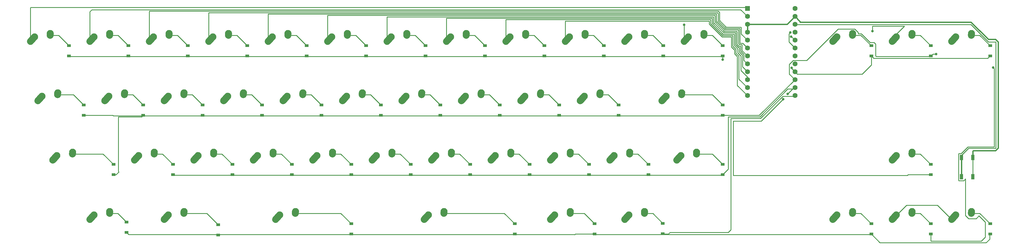
<source format=gbr>
G04 #@! TF.GenerationSoftware,KiCad,Pcbnew,(5.1.10)-1*
G04 #@! TF.CreationDate,2021-07-17T14:00:26+02:00*
G04 #@! TF.ProjectId,WheelBarrow Pro Micro,57686565-6c42-4617-9272-6f772050726f,rev?*
G04 #@! TF.SameCoordinates,Original*
G04 #@! TF.FileFunction,Copper,L2,Bot*
G04 #@! TF.FilePolarity,Positive*
%FSLAX46Y46*%
G04 Gerber Fmt 4.6, Leading zero omitted, Abs format (unit mm)*
G04 Created by KiCad (PCBNEW (5.1.10)-1) date 2021-07-17 14:00:26*
%MOMM*%
%LPD*%
G01*
G04 APERTURE LIST*
G04 #@! TA.AperFunction,ComponentPad*
%ADD10C,2.250000*%
G04 #@! TD*
G04 #@! TA.AperFunction,ComponentPad*
%ADD11C,1.600000*%
G04 #@! TD*
G04 #@! TA.AperFunction,ComponentPad*
%ADD12R,1.600000X1.600000*%
G04 #@! TD*
G04 #@! TA.AperFunction,SMDPad,CuDef*
%ADD13R,1.100000X1.800000*%
G04 #@! TD*
G04 #@! TA.AperFunction,SMDPad,CuDef*
%ADD14R,1.200000X0.900000*%
G04 #@! TD*
G04 #@! TA.AperFunction,ViaPad*
%ADD15C,0.800000*%
G04 #@! TD*
G04 #@! TA.AperFunction,Conductor*
%ADD16C,0.254000*%
G04 #@! TD*
G04 #@! TA.AperFunction,Conductor*
%ADD17C,0.381000*%
G04 #@! TD*
G04 #@! TA.AperFunction,Conductor*
%ADD18C,0.250000*%
G04 #@! TD*
G04 APERTURE END LIST*
D10*
X164187500Y-209518750D03*
G04 #@! TA.AperFunction,ComponentPad*
G36*
G01*
X162126188Y-211816100D02*
X162126183Y-211816095D01*
G75*
G02*
X162040155Y-210227433I751317J837345D01*
G01*
X163350157Y-208767433D01*
G75*
G02*
X164938819Y-208681405I837345J-751317D01*
G01*
X164938819Y-208681405D01*
G75*
G02*
X165024847Y-210270067I-751317J-837345D01*
G01*
X163714845Y-211730067D01*
G75*
G02*
X162126183Y-211816095I-837345J751317D01*
G01*
G37*
G04 #@! TD.AperFunction*
G04 #@! TA.AperFunction,ComponentPad*
G36*
G01*
X169110983Y-210141145D02*
X169110097Y-210141084D01*
G75*
G02*
X168065166Y-208941347I77403J1122334D01*
G01*
X168105166Y-208361347D01*
G75*
G02*
X169304903Y-207316416I1122334J-77403D01*
G01*
X169304903Y-207316416D01*
G75*
G02*
X170349834Y-208516153I-77403J-1122334D01*
G01*
X170309834Y-209096153D01*
G75*
G02*
X169110097Y-210141084I-1122334J77403D01*
G01*
G37*
G04 #@! TD.AperFunction*
X169227500Y-208438750D03*
X311825000Y-209518750D03*
G04 #@! TA.AperFunction,ComponentPad*
G36*
G01*
X309763688Y-211816100D02*
X309763683Y-211816095D01*
G75*
G02*
X309677655Y-210227433I751317J837345D01*
G01*
X310987657Y-208767433D01*
G75*
G02*
X312576319Y-208681405I837345J-751317D01*
G01*
X312576319Y-208681405D01*
G75*
G02*
X312662347Y-210270067I-751317J-837345D01*
G01*
X311352345Y-211730067D01*
G75*
G02*
X309763683Y-211816095I-837345J751317D01*
G01*
G37*
G04 #@! TD.AperFunction*
G04 #@! TA.AperFunction,ComponentPad*
G36*
G01*
X316748483Y-210141145D02*
X316747597Y-210141084D01*
G75*
G02*
X315702666Y-208941347I77403J1122334D01*
G01*
X315742666Y-208361347D01*
G75*
G02*
X316942403Y-207316416I1122334J-77403D01*
G01*
X316942403Y-207316416D01*
G75*
G02*
X317987334Y-208516153I-77403J-1122334D01*
G01*
X317947334Y-209096153D01*
G75*
G02*
X316747597Y-210141084I-1122334J77403D01*
G01*
G37*
G04 #@! TD.AperFunction*
X316865000Y-208438750D03*
D11*
X365048800Y-143256000D03*
X365048800Y-145796000D03*
X365048800Y-148336000D03*
X365048800Y-150876000D03*
X365048800Y-153416000D03*
X365048800Y-155956000D03*
X365048800Y-158496000D03*
X365048800Y-161036000D03*
X365048800Y-163576000D03*
X365048800Y-166116000D03*
X365048800Y-168656000D03*
X365048800Y-171196000D03*
X349808800Y-171196000D03*
X349808800Y-168656000D03*
X349808800Y-166116000D03*
X349808800Y-163576000D03*
X349808800Y-161036000D03*
X349808800Y-158496000D03*
X349808800Y-155956000D03*
X349808800Y-153416000D03*
X349808800Y-150876000D03*
X349808800Y-148336000D03*
X349808800Y-145796000D03*
D12*
X349808800Y-143256000D03*
D13*
X418393000Y-191083000D03*
X418393000Y-197283000D03*
X422093000Y-191083000D03*
X422093000Y-197283000D03*
D10*
X121325000Y-152368750D03*
G04 #@! TA.AperFunction,ComponentPad*
G36*
G01*
X119263688Y-154666100D02*
X119263683Y-154666095D01*
G75*
G02*
X119177655Y-153077433I751317J837345D01*
G01*
X120487657Y-151617433D01*
G75*
G02*
X122076319Y-151531405I837345J-751317D01*
G01*
X122076319Y-151531405D01*
G75*
G02*
X122162347Y-153120067I-751317J-837345D01*
G01*
X120852345Y-154580067D01*
G75*
G02*
X119263683Y-154666095I-837345J751317D01*
G01*
G37*
G04 #@! TD.AperFunction*
G04 #@! TA.AperFunction,ComponentPad*
G36*
G01*
X126248483Y-152991145D02*
X126247597Y-152991084D01*
G75*
G02*
X125202666Y-151791347I77403J1122334D01*
G01*
X125242666Y-151211347D01*
G75*
G02*
X126442403Y-150166416I1122334J-77403D01*
G01*
X126442403Y-150166416D01*
G75*
G02*
X127487334Y-151366153I-77403J-1122334D01*
G01*
X127447334Y-151946153D01*
G75*
G02*
X126247597Y-152991084I-1122334J77403D01*
G01*
G37*
G04 #@! TD.AperFunction*
X126365000Y-151288750D03*
D14*
X132350000Y-155218750D03*
X132350000Y-158518750D03*
D10*
X140375000Y-152368750D03*
G04 #@! TA.AperFunction,ComponentPad*
G36*
G01*
X138313688Y-154666100D02*
X138313683Y-154666095D01*
G75*
G02*
X138227655Y-153077433I751317J837345D01*
G01*
X139537657Y-151617433D01*
G75*
G02*
X141126319Y-151531405I837345J-751317D01*
G01*
X141126319Y-151531405D01*
G75*
G02*
X141212347Y-153120067I-751317J-837345D01*
G01*
X139902345Y-154580067D01*
G75*
G02*
X138313683Y-154666095I-837345J751317D01*
G01*
G37*
G04 #@! TD.AperFunction*
G04 #@! TA.AperFunction,ComponentPad*
G36*
G01*
X145298483Y-152991145D02*
X145297597Y-152991084D01*
G75*
G02*
X144252666Y-151791347I77403J1122334D01*
G01*
X144292666Y-151211347D01*
G75*
G02*
X145492403Y-150166416I1122334J-77403D01*
G01*
X145492403Y-150166416D01*
G75*
G02*
X146537334Y-151366153I-77403J-1122334D01*
G01*
X146497334Y-151946153D01*
G75*
G02*
X145297597Y-152991084I-1122334J77403D01*
G01*
G37*
G04 #@! TD.AperFunction*
X145415000Y-151288750D03*
D14*
X151400000Y-155218750D03*
X151400000Y-158518750D03*
D10*
X159425000Y-152368750D03*
G04 #@! TA.AperFunction,ComponentPad*
G36*
G01*
X157363688Y-154666100D02*
X157363683Y-154666095D01*
G75*
G02*
X157277655Y-153077433I751317J837345D01*
G01*
X158587657Y-151617433D01*
G75*
G02*
X160176319Y-151531405I837345J-751317D01*
G01*
X160176319Y-151531405D01*
G75*
G02*
X160262347Y-153120067I-751317J-837345D01*
G01*
X158952345Y-154580067D01*
G75*
G02*
X157363683Y-154666095I-837345J751317D01*
G01*
G37*
G04 #@! TD.AperFunction*
G04 #@! TA.AperFunction,ComponentPad*
G36*
G01*
X164348483Y-152991145D02*
X164347597Y-152991084D01*
G75*
G02*
X163302666Y-151791347I77403J1122334D01*
G01*
X163342666Y-151211347D01*
G75*
G02*
X164542403Y-150166416I1122334J-77403D01*
G01*
X164542403Y-150166416D01*
G75*
G02*
X165587334Y-151366153I-77403J-1122334D01*
G01*
X165547334Y-151946153D01*
G75*
G02*
X164347597Y-152991084I-1122334J77403D01*
G01*
G37*
G04 #@! TD.AperFunction*
X164465000Y-151288750D03*
D14*
X170450000Y-155218750D03*
X170450000Y-158518750D03*
D10*
X178475000Y-152368750D03*
G04 #@! TA.AperFunction,ComponentPad*
G36*
G01*
X176413688Y-154666100D02*
X176413683Y-154666095D01*
G75*
G02*
X176327655Y-153077433I751317J837345D01*
G01*
X177637657Y-151617433D01*
G75*
G02*
X179226319Y-151531405I837345J-751317D01*
G01*
X179226319Y-151531405D01*
G75*
G02*
X179312347Y-153120067I-751317J-837345D01*
G01*
X178002345Y-154580067D01*
G75*
G02*
X176413683Y-154666095I-837345J751317D01*
G01*
G37*
G04 #@! TD.AperFunction*
G04 #@! TA.AperFunction,ComponentPad*
G36*
G01*
X183398483Y-152991145D02*
X183397597Y-152991084D01*
G75*
G02*
X182352666Y-151791347I77403J1122334D01*
G01*
X182392666Y-151211347D01*
G75*
G02*
X183592403Y-150166416I1122334J-77403D01*
G01*
X183592403Y-150166416D01*
G75*
G02*
X184637334Y-151366153I-77403J-1122334D01*
G01*
X184597334Y-151946153D01*
G75*
G02*
X183397597Y-152991084I-1122334J77403D01*
G01*
G37*
G04 #@! TD.AperFunction*
X183515000Y-151288750D03*
D14*
X189500000Y-155218750D03*
X189500000Y-158518750D03*
D10*
X197525000Y-152368750D03*
G04 #@! TA.AperFunction,ComponentPad*
G36*
G01*
X195463688Y-154666100D02*
X195463683Y-154666095D01*
G75*
G02*
X195377655Y-153077433I751317J837345D01*
G01*
X196687657Y-151617433D01*
G75*
G02*
X198276319Y-151531405I837345J-751317D01*
G01*
X198276319Y-151531405D01*
G75*
G02*
X198362347Y-153120067I-751317J-837345D01*
G01*
X197052345Y-154580067D01*
G75*
G02*
X195463683Y-154666095I-837345J751317D01*
G01*
G37*
G04 #@! TD.AperFunction*
G04 #@! TA.AperFunction,ComponentPad*
G36*
G01*
X202448483Y-152991145D02*
X202447597Y-152991084D01*
G75*
G02*
X201402666Y-151791347I77403J1122334D01*
G01*
X201442666Y-151211347D01*
G75*
G02*
X202642403Y-150166416I1122334J-77403D01*
G01*
X202642403Y-150166416D01*
G75*
G02*
X203687334Y-151366153I-77403J-1122334D01*
G01*
X203647334Y-151946153D01*
G75*
G02*
X202447597Y-152991084I-1122334J77403D01*
G01*
G37*
G04 #@! TD.AperFunction*
X202565000Y-151288750D03*
D14*
X208550000Y-155218750D03*
X208550000Y-158518750D03*
D10*
X216575000Y-152368750D03*
G04 #@! TA.AperFunction,ComponentPad*
G36*
G01*
X214513688Y-154666100D02*
X214513683Y-154666095D01*
G75*
G02*
X214427655Y-153077433I751317J837345D01*
G01*
X215737657Y-151617433D01*
G75*
G02*
X217326319Y-151531405I837345J-751317D01*
G01*
X217326319Y-151531405D01*
G75*
G02*
X217412347Y-153120067I-751317J-837345D01*
G01*
X216102345Y-154580067D01*
G75*
G02*
X214513683Y-154666095I-837345J751317D01*
G01*
G37*
G04 #@! TD.AperFunction*
G04 #@! TA.AperFunction,ComponentPad*
G36*
G01*
X221498483Y-152991145D02*
X221497597Y-152991084D01*
G75*
G02*
X220452666Y-151791347I77403J1122334D01*
G01*
X220492666Y-151211347D01*
G75*
G02*
X221692403Y-150166416I1122334J-77403D01*
G01*
X221692403Y-150166416D01*
G75*
G02*
X222737334Y-151366153I-77403J-1122334D01*
G01*
X222697334Y-151946153D01*
G75*
G02*
X221497597Y-152991084I-1122334J77403D01*
G01*
G37*
G04 #@! TD.AperFunction*
X221615000Y-151288750D03*
D14*
X227600000Y-155218750D03*
X227600000Y-158518750D03*
D10*
X235625000Y-152368750D03*
G04 #@! TA.AperFunction,ComponentPad*
G36*
G01*
X233563688Y-154666100D02*
X233563683Y-154666095D01*
G75*
G02*
X233477655Y-153077433I751317J837345D01*
G01*
X234787657Y-151617433D01*
G75*
G02*
X236376319Y-151531405I837345J-751317D01*
G01*
X236376319Y-151531405D01*
G75*
G02*
X236462347Y-153120067I-751317J-837345D01*
G01*
X235152345Y-154580067D01*
G75*
G02*
X233563683Y-154666095I-837345J751317D01*
G01*
G37*
G04 #@! TD.AperFunction*
G04 #@! TA.AperFunction,ComponentPad*
G36*
G01*
X240548483Y-152991145D02*
X240547597Y-152991084D01*
G75*
G02*
X239502666Y-151791347I77403J1122334D01*
G01*
X239542666Y-151211347D01*
G75*
G02*
X240742403Y-150166416I1122334J-77403D01*
G01*
X240742403Y-150166416D01*
G75*
G02*
X241787334Y-151366153I-77403J-1122334D01*
G01*
X241747334Y-151946153D01*
G75*
G02*
X240547597Y-152991084I-1122334J77403D01*
G01*
G37*
G04 #@! TD.AperFunction*
X240665000Y-151288750D03*
D14*
X246650000Y-155218750D03*
X246650000Y-158518750D03*
D10*
X254675000Y-152368750D03*
G04 #@! TA.AperFunction,ComponentPad*
G36*
G01*
X252613688Y-154666100D02*
X252613683Y-154666095D01*
G75*
G02*
X252527655Y-153077433I751317J837345D01*
G01*
X253837657Y-151617433D01*
G75*
G02*
X255426319Y-151531405I837345J-751317D01*
G01*
X255426319Y-151531405D01*
G75*
G02*
X255512347Y-153120067I-751317J-837345D01*
G01*
X254202345Y-154580067D01*
G75*
G02*
X252613683Y-154666095I-837345J751317D01*
G01*
G37*
G04 #@! TD.AperFunction*
G04 #@! TA.AperFunction,ComponentPad*
G36*
G01*
X259598483Y-152991145D02*
X259597597Y-152991084D01*
G75*
G02*
X258552666Y-151791347I77403J1122334D01*
G01*
X258592666Y-151211347D01*
G75*
G02*
X259792403Y-150166416I1122334J-77403D01*
G01*
X259792403Y-150166416D01*
G75*
G02*
X260837334Y-151366153I-77403J-1122334D01*
G01*
X260797334Y-151946153D01*
G75*
G02*
X259597597Y-152991084I-1122334J77403D01*
G01*
G37*
G04 #@! TD.AperFunction*
X259715000Y-151288750D03*
D14*
X265700000Y-155218750D03*
X265700000Y-158518750D03*
D10*
X273725000Y-152368750D03*
G04 #@! TA.AperFunction,ComponentPad*
G36*
G01*
X271663688Y-154666100D02*
X271663683Y-154666095D01*
G75*
G02*
X271577655Y-153077433I751317J837345D01*
G01*
X272887657Y-151617433D01*
G75*
G02*
X274476319Y-151531405I837345J-751317D01*
G01*
X274476319Y-151531405D01*
G75*
G02*
X274562347Y-153120067I-751317J-837345D01*
G01*
X273252345Y-154580067D01*
G75*
G02*
X271663683Y-154666095I-837345J751317D01*
G01*
G37*
G04 #@! TD.AperFunction*
G04 #@! TA.AperFunction,ComponentPad*
G36*
G01*
X278648483Y-152991145D02*
X278647597Y-152991084D01*
G75*
G02*
X277602666Y-151791347I77403J1122334D01*
G01*
X277642666Y-151211347D01*
G75*
G02*
X278842403Y-150166416I1122334J-77403D01*
G01*
X278842403Y-150166416D01*
G75*
G02*
X279887334Y-151366153I-77403J-1122334D01*
G01*
X279847334Y-151946153D01*
G75*
G02*
X278647597Y-152991084I-1122334J77403D01*
G01*
G37*
G04 #@! TD.AperFunction*
X278765000Y-151288750D03*
D14*
X284750000Y-155218750D03*
X284750000Y-158518750D03*
D10*
X292775000Y-152368750D03*
G04 #@! TA.AperFunction,ComponentPad*
G36*
G01*
X290713688Y-154666100D02*
X290713683Y-154666095D01*
G75*
G02*
X290627655Y-153077433I751317J837345D01*
G01*
X291937657Y-151617433D01*
G75*
G02*
X293526319Y-151531405I837345J-751317D01*
G01*
X293526319Y-151531405D01*
G75*
G02*
X293612347Y-153120067I-751317J-837345D01*
G01*
X292302345Y-154580067D01*
G75*
G02*
X290713683Y-154666095I-837345J751317D01*
G01*
G37*
G04 #@! TD.AperFunction*
G04 #@! TA.AperFunction,ComponentPad*
G36*
G01*
X297698483Y-152991145D02*
X297697597Y-152991084D01*
G75*
G02*
X296652666Y-151791347I77403J1122334D01*
G01*
X296692666Y-151211347D01*
G75*
G02*
X297892403Y-150166416I1122334J-77403D01*
G01*
X297892403Y-150166416D01*
G75*
G02*
X298937334Y-151366153I-77403J-1122334D01*
G01*
X298897334Y-151946153D01*
G75*
G02*
X297697597Y-152991084I-1122334J77403D01*
G01*
G37*
G04 #@! TD.AperFunction*
X297815000Y-151288750D03*
D14*
X303800000Y-155218750D03*
X303800000Y-158518750D03*
D10*
X311825000Y-152368750D03*
G04 #@! TA.AperFunction,ComponentPad*
G36*
G01*
X309763688Y-154666100D02*
X309763683Y-154666095D01*
G75*
G02*
X309677655Y-153077433I751317J837345D01*
G01*
X310987657Y-151617433D01*
G75*
G02*
X312576319Y-151531405I837345J-751317D01*
G01*
X312576319Y-151531405D01*
G75*
G02*
X312662347Y-153120067I-751317J-837345D01*
G01*
X311352345Y-154580067D01*
G75*
G02*
X309763683Y-154666095I-837345J751317D01*
G01*
G37*
G04 #@! TD.AperFunction*
G04 #@! TA.AperFunction,ComponentPad*
G36*
G01*
X316748483Y-152991145D02*
X316747597Y-152991084D01*
G75*
G02*
X315702666Y-151791347I77403J1122334D01*
G01*
X315742666Y-151211347D01*
G75*
G02*
X316942403Y-150166416I1122334J-77403D01*
G01*
X316942403Y-150166416D01*
G75*
G02*
X317987334Y-151366153I-77403J-1122334D01*
G01*
X317947334Y-151946153D01*
G75*
G02*
X316747597Y-152991084I-1122334J77403D01*
G01*
G37*
G04 #@! TD.AperFunction*
X316865000Y-151288750D03*
D14*
X322850000Y-155218750D03*
X322850000Y-158518750D03*
D10*
X330875000Y-152368750D03*
G04 #@! TA.AperFunction,ComponentPad*
G36*
G01*
X328813688Y-154666100D02*
X328813683Y-154666095D01*
G75*
G02*
X328727655Y-153077433I751317J837345D01*
G01*
X330037657Y-151617433D01*
G75*
G02*
X331626319Y-151531405I837345J-751317D01*
G01*
X331626319Y-151531405D01*
G75*
G02*
X331712347Y-153120067I-751317J-837345D01*
G01*
X330402345Y-154580067D01*
G75*
G02*
X328813683Y-154666095I-837345J751317D01*
G01*
G37*
G04 #@! TD.AperFunction*
G04 #@! TA.AperFunction,ComponentPad*
G36*
G01*
X335798483Y-152991145D02*
X335797597Y-152991084D01*
G75*
G02*
X334752666Y-151791347I77403J1122334D01*
G01*
X334792666Y-151211347D01*
G75*
G02*
X335992403Y-150166416I1122334J-77403D01*
G01*
X335992403Y-150166416D01*
G75*
G02*
X337037334Y-151366153I-77403J-1122334D01*
G01*
X336997334Y-151946153D01*
G75*
G02*
X335797597Y-152991084I-1122334J77403D01*
G01*
G37*
G04 #@! TD.AperFunction*
X335915000Y-151288750D03*
D14*
X341900000Y-155218750D03*
X341900000Y-158518750D03*
D10*
X378500000Y-152368750D03*
G04 #@! TA.AperFunction,ComponentPad*
G36*
G01*
X376438688Y-154666100D02*
X376438683Y-154666095D01*
G75*
G02*
X376352655Y-153077433I751317J837345D01*
G01*
X377662657Y-151617433D01*
G75*
G02*
X379251319Y-151531405I837345J-751317D01*
G01*
X379251319Y-151531405D01*
G75*
G02*
X379337347Y-153120067I-751317J-837345D01*
G01*
X378027345Y-154580067D01*
G75*
G02*
X376438683Y-154666095I-837345J751317D01*
G01*
G37*
G04 #@! TD.AperFunction*
G04 #@! TA.AperFunction,ComponentPad*
G36*
G01*
X383423483Y-152991145D02*
X383422597Y-152991084D01*
G75*
G02*
X382377666Y-151791347I77403J1122334D01*
G01*
X382417666Y-151211347D01*
G75*
G02*
X383617403Y-150166416I1122334J-77403D01*
G01*
X383617403Y-150166416D01*
G75*
G02*
X384662334Y-151366153I-77403J-1122334D01*
G01*
X384622334Y-151946153D01*
G75*
G02*
X383422597Y-152991084I-1122334J77403D01*
G01*
G37*
G04 #@! TD.AperFunction*
X383540000Y-151288750D03*
D14*
X389525000Y-155218750D03*
X389525000Y-158518750D03*
D10*
X397550000Y-152368750D03*
G04 #@! TA.AperFunction,ComponentPad*
G36*
G01*
X395488688Y-154666100D02*
X395488683Y-154666095D01*
G75*
G02*
X395402655Y-153077433I751317J837345D01*
G01*
X396712657Y-151617433D01*
G75*
G02*
X398301319Y-151531405I837345J-751317D01*
G01*
X398301319Y-151531405D01*
G75*
G02*
X398387347Y-153120067I-751317J-837345D01*
G01*
X397077345Y-154580067D01*
G75*
G02*
X395488683Y-154666095I-837345J751317D01*
G01*
G37*
G04 #@! TD.AperFunction*
G04 #@! TA.AperFunction,ComponentPad*
G36*
G01*
X402473483Y-152991145D02*
X402472597Y-152991084D01*
G75*
G02*
X401427666Y-151791347I77403J1122334D01*
G01*
X401467666Y-151211347D01*
G75*
G02*
X402667403Y-150166416I1122334J-77403D01*
G01*
X402667403Y-150166416D01*
G75*
G02*
X403712334Y-151366153I-77403J-1122334D01*
G01*
X403672334Y-151946153D01*
G75*
G02*
X402472597Y-152991084I-1122334J77403D01*
G01*
G37*
G04 #@! TD.AperFunction*
X402590000Y-151288750D03*
D14*
X408575000Y-155218750D03*
X408575000Y-158518750D03*
D10*
X416600000Y-152368750D03*
G04 #@! TA.AperFunction,ComponentPad*
G36*
G01*
X414538688Y-154666100D02*
X414538683Y-154666095D01*
G75*
G02*
X414452655Y-153077433I751317J837345D01*
G01*
X415762657Y-151617433D01*
G75*
G02*
X417351319Y-151531405I837345J-751317D01*
G01*
X417351319Y-151531405D01*
G75*
G02*
X417437347Y-153120067I-751317J-837345D01*
G01*
X416127345Y-154580067D01*
G75*
G02*
X414538683Y-154666095I-837345J751317D01*
G01*
G37*
G04 #@! TD.AperFunction*
G04 #@! TA.AperFunction,ComponentPad*
G36*
G01*
X421523483Y-152991145D02*
X421522597Y-152991084D01*
G75*
G02*
X420477666Y-151791347I77403J1122334D01*
G01*
X420517666Y-151211347D01*
G75*
G02*
X421717403Y-150166416I1122334J-77403D01*
G01*
X421717403Y-150166416D01*
G75*
G02*
X422762334Y-151366153I-77403J-1122334D01*
G01*
X422722334Y-151946153D01*
G75*
G02*
X421522597Y-152991084I-1122334J77403D01*
G01*
G37*
G04 #@! TD.AperFunction*
X421640000Y-151288750D03*
D14*
X427625000Y-155218750D03*
X427625000Y-158518750D03*
D10*
X123706250Y-171418750D03*
G04 #@! TA.AperFunction,ComponentPad*
G36*
G01*
X121644938Y-173716100D02*
X121644933Y-173716095D01*
G75*
G02*
X121558905Y-172127433I751317J837345D01*
G01*
X122868907Y-170667433D01*
G75*
G02*
X124457569Y-170581405I837345J-751317D01*
G01*
X124457569Y-170581405D01*
G75*
G02*
X124543597Y-172170067I-751317J-837345D01*
G01*
X123233595Y-173630067D01*
G75*
G02*
X121644933Y-173716095I-837345J751317D01*
G01*
G37*
G04 #@! TD.AperFunction*
G04 #@! TA.AperFunction,ComponentPad*
G36*
G01*
X128629733Y-172041145D02*
X128628847Y-172041084D01*
G75*
G02*
X127583916Y-170841347I77403J1122334D01*
G01*
X127623916Y-170261347D01*
G75*
G02*
X128823653Y-169216416I1122334J-77403D01*
G01*
X128823653Y-169216416D01*
G75*
G02*
X129868584Y-170416153I-77403J-1122334D01*
G01*
X129828584Y-170996153D01*
G75*
G02*
X128628847Y-172041084I-1122334J77403D01*
G01*
G37*
G04 #@! TD.AperFunction*
X128746250Y-170338750D03*
D14*
X137112500Y-174268750D03*
X137112500Y-177568750D03*
D10*
X145137500Y-171418750D03*
G04 #@! TA.AperFunction,ComponentPad*
G36*
G01*
X143076188Y-173716100D02*
X143076183Y-173716095D01*
G75*
G02*
X142990155Y-172127433I751317J837345D01*
G01*
X144300157Y-170667433D01*
G75*
G02*
X145888819Y-170581405I837345J-751317D01*
G01*
X145888819Y-170581405D01*
G75*
G02*
X145974847Y-172170067I-751317J-837345D01*
G01*
X144664845Y-173630067D01*
G75*
G02*
X143076183Y-173716095I-837345J751317D01*
G01*
G37*
G04 #@! TD.AperFunction*
G04 #@! TA.AperFunction,ComponentPad*
G36*
G01*
X150060983Y-172041145D02*
X150060097Y-172041084D01*
G75*
G02*
X149015166Y-170841347I77403J1122334D01*
G01*
X149055166Y-170261347D01*
G75*
G02*
X150254903Y-169216416I1122334J-77403D01*
G01*
X150254903Y-169216416D01*
G75*
G02*
X151299834Y-170416153I-77403J-1122334D01*
G01*
X151259834Y-170996153D01*
G75*
G02*
X150060097Y-172041084I-1122334J77403D01*
G01*
G37*
G04 #@! TD.AperFunction*
X150177500Y-170338750D03*
D14*
X156162500Y-174268750D03*
X156162500Y-177568750D03*
D10*
X164187500Y-171418750D03*
G04 #@! TA.AperFunction,ComponentPad*
G36*
G01*
X162126188Y-173716100D02*
X162126183Y-173716095D01*
G75*
G02*
X162040155Y-172127433I751317J837345D01*
G01*
X163350157Y-170667433D01*
G75*
G02*
X164938819Y-170581405I837345J-751317D01*
G01*
X164938819Y-170581405D01*
G75*
G02*
X165024847Y-172170067I-751317J-837345D01*
G01*
X163714845Y-173630067D01*
G75*
G02*
X162126183Y-173716095I-837345J751317D01*
G01*
G37*
G04 #@! TD.AperFunction*
G04 #@! TA.AperFunction,ComponentPad*
G36*
G01*
X169110983Y-172041145D02*
X169110097Y-172041084D01*
G75*
G02*
X168065166Y-170841347I77403J1122334D01*
G01*
X168105166Y-170261347D01*
G75*
G02*
X169304903Y-169216416I1122334J-77403D01*
G01*
X169304903Y-169216416D01*
G75*
G02*
X170349834Y-170416153I-77403J-1122334D01*
G01*
X170309834Y-170996153D01*
G75*
G02*
X169110097Y-172041084I-1122334J77403D01*
G01*
G37*
G04 #@! TD.AperFunction*
X169227500Y-170338750D03*
D14*
X175212500Y-174268750D03*
X175212500Y-177568750D03*
D10*
X183237500Y-171418750D03*
G04 #@! TA.AperFunction,ComponentPad*
G36*
G01*
X181176188Y-173716100D02*
X181176183Y-173716095D01*
G75*
G02*
X181090155Y-172127433I751317J837345D01*
G01*
X182400157Y-170667433D01*
G75*
G02*
X183988819Y-170581405I837345J-751317D01*
G01*
X183988819Y-170581405D01*
G75*
G02*
X184074847Y-172170067I-751317J-837345D01*
G01*
X182764845Y-173630067D01*
G75*
G02*
X181176183Y-173716095I-837345J751317D01*
G01*
G37*
G04 #@! TD.AperFunction*
G04 #@! TA.AperFunction,ComponentPad*
G36*
G01*
X188160983Y-172041145D02*
X188160097Y-172041084D01*
G75*
G02*
X187115166Y-170841347I77403J1122334D01*
G01*
X187155166Y-170261347D01*
G75*
G02*
X188354903Y-169216416I1122334J-77403D01*
G01*
X188354903Y-169216416D01*
G75*
G02*
X189399834Y-170416153I-77403J-1122334D01*
G01*
X189359834Y-170996153D01*
G75*
G02*
X188160097Y-172041084I-1122334J77403D01*
G01*
G37*
G04 #@! TD.AperFunction*
X188277500Y-170338750D03*
D14*
X194262500Y-174268750D03*
X194262500Y-177568750D03*
D10*
X202287500Y-171418750D03*
G04 #@! TA.AperFunction,ComponentPad*
G36*
G01*
X200226188Y-173716100D02*
X200226183Y-173716095D01*
G75*
G02*
X200140155Y-172127433I751317J837345D01*
G01*
X201450157Y-170667433D01*
G75*
G02*
X203038819Y-170581405I837345J-751317D01*
G01*
X203038819Y-170581405D01*
G75*
G02*
X203124847Y-172170067I-751317J-837345D01*
G01*
X201814845Y-173630067D01*
G75*
G02*
X200226183Y-173716095I-837345J751317D01*
G01*
G37*
G04 #@! TD.AperFunction*
G04 #@! TA.AperFunction,ComponentPad*
G36*
G01*
X207210983Y-172041145D02*
X207210097Y-172041084D01*
G75*
G02*
X206165166Y-170841347I77403J1122334D01*
G01*
X206205166Y-170261347D01*
G75*
G02*
X207404903Y-169216416I1122334J-77403D01*
G01*
X207404903Y-169216416D01*
G75*
G02*
X208449834Y-170416153I-77403J-1122334D01*
G01*
X208409834Y-170996153D01*
G75*
G02*
X207210097Y-172041084I-1122334J77403D01*
G01*
G37*
G04 #@! TD.AperFunction*
X207327500Y-170338750D03*
D14*
X213312500Y-174268750D03*
X213312500Y-177568750D03*
D10*
X221337500Y-171418750D03*
G04 #@! TA.AperFunction,ComponentPad*
G36*
G01*
X219276188Y-173716100D02*
X219276183Y-173716095D01*
G75*
G02*
X219190155Y-172127433I751317J837345D01*
G01*
X220500157Y-170667433D01*
G75*
G02*
X222088819Y-170581405I837345J-751317D01*
G01*
X222088819Y-170581405D01*
G75*
G02*
X222174847Y-172170067I-751317J-837345D01*
G01*
X220864845Y-173630067D01*
G75*
G02*
X219276183Y-173716095I-837345J751317D01*
G01*
G37*
G04 #@! TD.AperFunction*
G04 #@! TA.AperFunction,ComponentPad*
G36*
G01*
X226260983Y-172041145D02*
X226260097Y-172041084D01*
G75*
G02*
X225215166Y-170841347I77403J1122334D01*
G01*
X225255166Y-170261347D01*
G75*
G02*
X226454903Y-169216416I1122334J-77403D01*
G01*
X226454903Y-169216416D01*
G75*
G02*
X227499834Y-170416153I-77403J-1122334D01*
G01*
X227459834Y-170996153D01*
G75*
G02*
X226260097Y-172041084I-1122334J77403D01*
G01*
G37*
G04 #@! TD.AperFunction*
X226377500Y-170338750D03*
D14*
X232362500Y-174268750D03*
X232362500Y-177568750D03*
D10*
X240387500Y-171418750D03*
G04 #@! TA.AperFunction,ComponentPad*
G36*
G01*
X238326188Y-173716100D02*
X238326183Y-173716095D01*
G75*
G02*
X238240155Y-172127433I751317J837345D01*
G01*
X239550157Y-170667433D01*
G75*
G02*
X241138819Y-170581405I837345J-751317D01*
G01*
X241138819Y-170581405D01*
G75*
G02*
X241224847Y-172170067I-751317J-837345D01*
G01*
X239914845Y-173630067D01*
G75*
G02*
X238326183Y-173716095I-837345J751317D01*
G01*
G37*
G04 #@! TD.AperFunction*
G04 #@! TA.AperFunction,ComponentPad*
G36*
G01*
X245310983Y-172041145D02*
X245310097Y-172041084D01*
G75*
G02*
X244265166Y-170841347I77403J1122334D01*
G01*
X244305166Y-170261347D01*
G75*
G02*
X245504903Y-169216416I1122334J-77403D01*
G01*
X245504903Y-169216416D01*
G75*
G02*
X246549834Y-170416153I-77403J-1122334D01*
G01*
X246509834Y-170996153D01*
G75*
G02*
X245310097Y-172041084I-1122334J77403D01*
G01*
G37*
G04 #@! TD.AperFunction*
X245427500Y-170338750D03*
D14*
X251412500Y-174268750D03*
X251412500Y-177568750D03*
D10*
X259437500Y-171418750D03*
G04 #@! TA.AperFunction,ComponentPad*
G36*
G01*
X257376188Y-173716100D02*
X257376183Y-173716095D01*
G75*
G02*
X257290155Y-172127433I751317J837345D01*
G01*
X258600157Y-170667433D01*
G75*
G02*
X260188819Y-170581405I837345J-751317D01*
G01*
X260188819Y-170581405D01*
G75*
G02*
X260274847Y-172170067I-751317J-837345D01*
G01*
X258964845Y-173630067D01*
G75*
G02*
X257376183Y-173716095I-837345J751317D01*
G01*
G37*
G04 #@! TD.AperFunction*
G04 #@! TA.AperFunction,ComponentPad*
G36*
G01*
X264360983Y-172041145D02*
X264360097Y-172041084D01*
G75*
G02*
X263315166Y-170841347I77403J1122334D01*
G01*
X263355166Y-170261347D01*
G75*
G02*
X264554903Y-169216416I1122334J-77403D01*
G01*
X264554903Y-169216416D01*
G75*
G02*
X265599834Y-170416153I-77403J-1122334D01*
G01*
X265559834Y-170996153D01*
G75*
G02*
X264360097Y-172041084I-1122334J77403D01*
G01*
G37*
G04 #@! TD.AperFunction*
X264477500Y-170338750D03*
D14*
X270462500Y-174268750D03*
X270462500Y-177568750D03*
D10*
X278487500Y-171418750D03*
G04 #@! TA.AperFunction,ComponentPad*
G36*
G01*
X276426188Y-173716100D02*
X276426183Y-173716095D01*
G75*
G02*
X276340155Y-172127433I751317J837345D01*
G01*
X277650157Y-170667433D01*
G75*
G02*
X279238819Y-170581405I837345J-751317D01*
G01*
X279238819Y-170581405D01*
G75*
G02*
X279324847Y-172170067I-751317J-837345D01*
G01*
X278014845Y-173630067D01*
G75*
G02*
X276426183Y-173716095I-837345J751317D01*
G01*
G37*
G04 #@! TD.AperFunction*
G04 #@! TA.AperFunction,ComponentPad*
G36*
G01*
X283410983Y-172041145D02*
X283410097Y-172041084D01*
G75*
G02*
X282365166Y-170841347I77403J1122334D01*
G01*
X282405166Y-170261347D01*
G75*
G02*
X283604903Y-169216416I1122334J-77403D01*
G01*
X283604903Y-169216416D01*
G75*
G02*
X284649834Y-170416153I-77403J-1122334D01*
G01*
X284609834Y-170996153D01*
G75*
G02*
X283410097Y-172041084I-1122334J77403D01*
G01*
G37*
G04 #@! TD.AperFunction*
X283527500Y-170338750D03*
D14*
X289512500Y-174268750D03*
X289512500Y-177568750D03*
D10*
X297537500Y-171418750D03*
G04 #@! TA.AperFunction,ComponentPad*
G36*
G01*
X295476188Y-173716100D02*
X295476183Y-173716095D01*
G75*
G02*
X295390155Y-172127433I751317J837345D01*
G01*
X296700157Y-170667433D01*
G75*
G02*
X298288819Y-170581405I837345J-751317D01*
G01*
X298288819Y-170581405D01*
G75*
G02*
X298374847Y-172170067I-751317J-837345D01*
G01*
X297064845Y-173630067D01*
G75*
G02*
X295476183Y-173716095I-837345J751317D01*
G01*
G37*
G04 #@! TD.AperFunction*
G04 #@! TA.AperFunction,ComponentPad*
G36*
G01*
X302460983Y-172041145D02*
X302460097Y-172041084D01*
G75*
G02*
X301415166Y-170841347I77403J1122334D01*
G01*
X301455166Y-170261347D01*
G75*
G02*
X302654903Y-169216416I1122334J-77403D01*
G01*
X302654903Y-169216416D01*
G75*
G02*
X303699834Y-170416153I-77403J-1122334D01*
G01*
X303659834Y-170996153D01*
G75*
G02*
X302460097Y-172041084I-1122334J77403D01*
G01*
G37*
G04 #@! TD.AperFunction*
X302577500Y-170338750D03*
D14*
X308562500Y-174268750D03*
X308562500Y-177568750D03*
D10*
X323731250Y-171418750D03*
G04 #@! TA.AperFunction,ComponentPad*
G36*
G01*
X321669938Y-173716100D02*
X321669933Y-173716095D01*
G75*
G02*
X321583905Y-172127433I751317J837345D01*
G01*
X322893907Y-170667433D01*
G75*
G02*
X324482569Y-170581405I837345J-751317D01*
G01*
X324482569Y-170581405D01*
G75*
G02*
X324568597Y-172170067I-751317J-837345D01*
G01*
X323258595Y-173630067D01*
G75*
G02*
X321669933Y-173716095I-837345J751317D01*
G01*
G37*
G04 #@! TD.AperFunction*
G04 #@! TA.AperFunction,ComponentPad*
G36*
G01*
X328654733Y-172041145D02*
X328653847Y-172041084D01*
G75*
G02*
X327608916Y-170841347I77403J1122334D01*
G01*
X327648916Y-170261347D01*
G75*
G02*
X328848653Y-169216416I1122334J-77403D01*
G01*
X328848653Y-169216416D01*
G75*
G02*
X329893584Y-170416153I-77403J-1122334D01*
G01*
X329853584Y-170996153D01*
G75*
G02*
X328653847Y-172041084I-1122334J77403D01*
G01*
G37*
G04 #@! TD.AperFunction*
X328771250Y-170338750D03*
D14*
X341900000Y-174268750D03*
X341900000Y-177568750D03*
D10*
X128468750Y-190468750D03*
G04 #@! TA.AperFunction,ComponentPad*
G36*
G01*
X126407438Y-192766100D02*
X126407433Y-192766095D01*
G75*
G02*
X126321405Y-191177433I751317J837345D01*
G01*
X127631407Y-189717433D01*
G75*
G02*
X129220069Y-189631405I837345J-751317D01*
G01*
X129220069Y-189631405D01*
G75*
G02*
X129306097Y-191220067I-751317J-837345D01*
G01*
X127996095Y-192680067D01*
G75*
G02*
X126407433Y-192766095I-837345J751317D01*
G01*
G37*
G04 #@! TD.AperFunction*
G04 #@! TA.AperFunction,ComponentPad*
G36*
G01*
X133392233Y-191091145D02*
X133391347Y-191091084D01*
G75*
G02*
X132346416Y-189891347I77403J1122334D01*
G01*
X132386416Y-189311347D01*
G75*
G02*
X133586153Y-188266416I1122334J-77403D01*
G01*
X133586153Y-188266416D01*
G75*
G02*
X134631084Y-189466153I-77403J-1122334D01*
G01*
X134591084Y-190046153D01*
G75*
G02*
X133391347Y-191091084I-1122334J77403D01*
G01*
G37*
G04 #@! TD.AperFunction*
X133508750Y-189388750D03*
D14*
X146637500Y-193318750D03*
X146637500Y-196618750D03*
D10*
X154662500Y-190468750D03*
G04 #@! TA.AperFunction,ComponentPad*
G36*
G01*
X152601188Y-192766100D02*
X152601183Y-192766095D01*
G75*
G02*
X152515155Y-191177433I751317J837345D01*
G01*
X153825157Y-189717433D01*
G75*
G02*
X155413819Y-189631405I837345J-751317D01*
G01*
X155413819Y-189631405D01*
G75*
G02*
X155499847Y-191220067I-751317J-837345D01*
G01*
X154189845Y-192680067D01*
G75*
G02*
X152601183Y-192766095I-837345J751317D01*
G01*
G37*
G04 #@! TD.AperFunction*
G04 #@! TA.AperFunction,ComponentPad*
G36*
G01*
X159585983Y-191091145D02*
X159585097Y-191091084D01*
G75*
G02*
X158540166Y-189891347I77403J1122334D01*
G01*
X158580166Y-189311347D01*
G75*
G02*
X159779903Y-188266416I1122334J-77403D01*
G01*
X159779903Y-188266416D01*
G75*
G02*
X160824834Y-189466153I-77403J-1122334D01*
G01*
X160784834Y-190046153D01*
G75*
G02*
X159585097Y-191091084I-1122334J77403D01*
G01*
G37*
G04 #@! TD.AperFunction*
X159702500Y-189388750D03*
D14*
X165687500Y-193318750D03*
X165687500Y-196618750D03*
D10*
X173712500Y-190468750D03*
G04 #@! TA.AperFunction,ComponentPad*
G36*
G01*
X171651188Y-192766100D02*
X171651183Y-192766095D01*
G75*
G02*
X171565155Y-191177433I751317J837345D01*
G01*
X172875157Y-189717433D01*
G75*
G02*
X174463819Y-189631405I837345J-751317D01*
G01*
X174463819Y-189631405D01*
G75*
G02*
X174549847Y-191220067I-751317J-837345D01*
G01*
X173239845Y-192680067D01*
G75*
G02*
X171651183Y-192766095I-837345J751317D01*
G01*
G37*
G04 #@! TD.AperFunction*
G04 #@! TA.AperFunction,ComponentPad*
G36*
G01*
X178635983Y-191091145D02*
X178635097Y-191091084D01*
G75*
G02*
X177590166Y-189891347I77403J1122334D01*
G01*
X177630166Y-189311347D01*
G75*
G02*
X178829903Y-188266416I1122334J-77403D01*
G01*
X178829903Y-188266416D01*
G75*
G02*
X179874834Y-189466153I-77403J-1122334D01*
G01*
X179834834Y-190046153D01*
G75*
G02*
X178635097Y-191091084I-1122334J77403D01*
G01*
G37*
G04 #@! TD.AperFunction*
X178752500Y-189388750D03*
D14*
X184737500Y-193318750D03*
X184737500Y-196618750D03*
D10*
X192762500Y-190468750D03*
G04 #@! TA.AperFunction,ComponentPad*
G36*
G01*
X190701188Y-192766100D02*
X190701183Y-192766095D01*
G75*
G02*
X190615155Y-191177433I751317J837345D01*
G01*
X191925157Y-189717433D01*
G75*
G02*
X193513819Y-189631405I837345J-751317D01*
G01*
X193513819Y-189631405D01*
G75*
G02*
X193599847Y-191220067I-751317J-837345D01*
G01*
X192289845Y-192680067D01*
G75*
G02*
X190701183Y-192766095I-837345J751317D01*
G01*
G37*
G04 #@! TD.AperFunction*
G04 #@! TA.AperFunction,ComponentPad*
G36*
G01*
X197685983Y-191091145D02*
X197685097Y-191091084D01*
G75*
G02*
X196640166Y-189891347I77403J1122334D01*
G01*
X196680166Y-189311347D01*
G75*
G02*
X197879903Y-188266416I1122334J-77403D01*
G01*
X197879903Y-188266416D01*
G75*
G02*
X198924834Y-189466153I-77403J-1122334D01*
G01*
X198884834Y-190046153D01*
G75*
G02*
X197685097Y-191091084I-1122334J77403D01*
G01*
G37*
G04 #@! TD.AperFunction*
X197802500Y-189388750D03*
D14*
X203787500Y-193318750D03*
X203787500Y-196618750D03*
D10*
X211812500Y-190468750D03*
G04 #@! TA.AperFunction,ComponentPad*
G36*
G01*
X209751188Y-192766100D02*
X209751183Y-192766095D01*
G75*
G02*
X209665155Y-191177433I751317J837345D01*
G01*
X210975157Y-189717433D01*
G75*
G02*
X212563819Y-189631405I837345J-751317D01*
G01*
X212563819Y-189631405D01*
G75*
G02*
X212649847Y-191220067I-751317J-837345D01*
G01*
X211339845Y-192680067D01*
G75*
G02*
X209751183Y-192766095I-837345J751317D01*
G01*
G37*
G04 #@! TD.AperFunction*
G04 #@! TA.AperFunction,ComponentPad*
G36*
G01*
X216735983Y-191091145D02*
X216735097Y-191091084D01*
G75*
G02*
X215690166Y-189891347I77403J1122334D01*
G01*
X215730166Y-189311347D01*
G75*
G02*
X216929903Y-188266416I1122334J-77403D01*
G01*
X216929903Y-188266416D01*
G75*
G02*
X217974834Y-189466153I-77403J-1122334D01*
G01*
X217934834Y-190046153D01*
G75*
G02*
X216735097Y-191091084I-1122334J77403D01*
G01*
G37*
G04 #@! TD.AperFunction*
X216852500Y-189388750D03*
D14*
X222837500Y-193318750D03*
X222837500Y-196618750D03*
D10*
X230862500Y-190468750D03*
G04 #@! TA.AperFunction,ComponentPad*
G36*
G01*
X228801188Y-192766100D02*
X228801183Y-192766095D01*
G75*
G02*
X228715155Y-191177433I751317J837345D01*
G01*
X230025157Y-189717433D01*
G75*
G02*
X231613819Y-189631405I837345J-751317D01*
G01*
X231613819Y-189631405D01*
G75*
G02*
X231699847Y-191220067I-751317J-837345D01*
G01*
X230389845Y-192680067D01*
G75*
G02*
X228801183Y-192766095I-837345J751317D01*
G01*
G37*
G04 #@! TD.AperFunction*
G04 #@! TA.AperFunction,ComponentPad*
G36*
G01*
X235785983Y-191091145D02*
X235785097Y-191091084D01*
G75*
G02*
X234740166Y-189891347I77403J1122334D01*
G01*
X234780166Y-189311347D01*
G75*
G02*
X235979903Y-188266416I1122334J-77403D01*
G01*
X235979903Y-188266416D01*
G75*
G02*
X237024834Y-189466153I-77403J-1122334D01*
G01*
X236984834Y-190046153D01*
G75*
G02*
X235785097Y-191091084I-1122334J77403D01*
G01*
G37*
G04 #@! TD.AperFunction*
X235902500Y-189388750D03*
D14*
X241887500Y-193318750D03*
X241887500Y-196618750D03*
D10*
X249912500Y-190468750D03*
G04 #@! TA.AperFunction,ComponentPad*
G36*
G01*
X247851188Y-192766100D02*
X247851183Y-192766095D01*
G75*
G02*
X247765155Y-191177433I751317J837345D01*
G01*
X249075157Y-189717433D01*
G75*
G02*
X250663819Y-189631405I837345J-751317D01*
G01*
X250663819Y-189631405D01*
G75*
G02*
X250749847Y-191220067I-751317J-837345D01*
G01*
X249439845Y-192680067D01*
G75*
G02*
X247851183Y-192766095I-837345J751317D01*
G01*
G37*
G04 #@! TD.AperFunction*
G04 #@! TA.AperFunction,ComponentPad*
G36*
G01*
X254835983Y-191091145D02*
X254835097Y-191091084D01*
G75*
G02*
X253790166Y-189891347I77403J1122334D01*
G01*
X253830166Y-189311347D01*
G75*
G02*
X255029903Y-188266416I1122334J-77403D01*
G01*
X255029903Y-188266416D01*
G75*
G02*
X256074834Y-189466153I-77403J-1122334D01*
G01*
X256034834Y-190046153D01*
G75*
G02*
X254835097Y-191091084I-1122334J77403D01*
G01*
G37*
G04 #@! TD.AperFunction*
X254952500Y-189388750D03*
D14*
X260937500Y-193318750D03*
X260937500Y-196618750D03*
D10*
X268962500Y-190468750D03*
G04 #@! TA.AperFunction,ComponentPad*
G36*
G01*
X266901188Y-192766100D02*
X266901183Y-192766095D01*
G75*
G02*
X266815155Y-191177433I751317J837345D01*
G01*
X268125157Y-189717433D01*
G75*
G02*
X269713819Y-189631405I837345J-751317D01*
G01*
X269713819Y-189631405D01*
G75*
G02*
X269799847Y-191220067I-751317J-837345D01*
G01*
X268489845Y-192680067D01*
G75*
G02*
X266901183Y-192766095I-837345J751317D01*
G01*
G37*
G04 #@! TD.AperFunction*
G04 #@! TA.AperFunction,ComponentPad*
G36*
G01*
X273885983Y-191091145D02*
X273885097Y-191091084D01*
G75*
G02*
X272840166Y-189891347I77403J1122334D01*
G01*
X272880166Y-189311347D01*
G75*
G02*
X274079903Y-188266416I1122334J-77403D01*
G01*
X274079903Y-188266416D01*
G75*
G02*
X275124834Y-189466153I-77403J-1122334D01*
G01*
X275084834Y-190046153D01*
G75*
G02*
X273885097Y-191091084I-1122334J77403D01*
G01*
G37*
G04 #@! TD.AperFunction*
X274002500Y-189388750D03*
D14*
X279987500Y-193318750D03*
X279987500Y-196618750D03*
D10*
X288012500Y-190468750D03*
G04 #@! TA.AperFunction,ComponentPad*
G36*
G01*
X285951188Y-192766100D02*
X285951183Y-192766095D01*
G75*
G02*
X285865155Y-191177433I751317J837345D01*
G01*
X287175157Y-189717433D01*
G75*
G02*
X288763819Y-189631405I837345J-751317D01*
G01*
X288763819Y-189631405D01*
G75*
G02*
X288849847Y-191220067I-751317J-837345D01*
G01*
X287539845Y-192680067D01*
G75*
G02*
X285951183Y-192766095I-837345J751317D01*
G01*
G37*
G04 #@! TD.AperFunction*
G04 #@! TA.AperFunction,ComponentPad*
G36*
G01*
X292935983Y-191091145D02*
X292935097Y-191091084D01*
G75*
G02*
X291890166Y-189891347I77403J1122334D01*
G01*
X291930166Y-189311347D01*
G75*
G02*
X293129903Y-188266416I1122334J-77403D01*
G01*
X293129903Y-188266416D01*
G75*
G02*
X294174834Y-189466153I-77403J-1122334D01*
G01*
X294134834Y-190046153D01*
G75*
G02*
X292935097Y-191091084I-1122334J77403D01*
G01*
G37*
G04 #@! TD.AperFunction*
X293052500Y-189388750D03*
D14*
X299037500Y-193318750D03*
X299037500Y-196618750D03*
D10*
X307062500Y-190468750D03*
G04 #@! TA.AperFunction,ComponentPad*
G36*
G01*
X305001188Y-192766100D02*
X305001183Y-192766095D01*
G75*
G02*
X304915155Y-191177433I751317J837345D01*
G01*
X306225157Y-189717433D01*
G75*
G02*
X307813819Y-189631405I837345J-751317D01*
G01*
X307813819Y-189631405D01*
G75*
G02*
X307899847Y-191220067I-751317J-837345D01*
G01*
X306589845Y-192680067D01*
G75*
G02*
X305001183Y-192766095I-837345J751317D01*
G01*
G37*
G04 #@! TD.AperFunction*
G04 #@! TA.AperFunction,ComponentPad*
G36*
G01*
X311985983Y-191091145D02*
X311985097Y-191091084D01*
G75*
G02*
X310940166Y-189891347I77403J1122334D01*
G01*
X310980166Y-189311347D01*
G75*
G02*
X312179903Y-188266416I1122334J-77403D01*
G01*
X312179903Y-188266416D01*
G75*
G02*
X313224834Y-189466153I-77403J-1122334D01*
G01*
X313184834Y-190046153D01*
G75*
G02*
X311985097Y-191091084I-1122334J77403D01*
G01*
G37*
G04 #@! TD.AperFunction*
X312102500Y-189388750D03*
D14*
X318087500Y-193318750D03*
X318087500Y-196618750D03*
D10*
X328493750Y-190468750D03*
G04 #@! TA.AperFunction,ComponentPad*
G36*
G01*
X326432438Y-192766100D02*
X326432433Y-192766095D01*
G75*
G02*
X326346405Y-191177433I751317J837345D01*
G01*
X327656407Y-189717433D01*
G75*
G02*
X329245069Y-189631405I837345J-751317D01*
G01*
X329245069Y-189631405D01*
G75*
G02*
X329331097Y-191220067I-751317J-837345D01*
G01*
X328021095Y-192680067D01*
G75*
G02*
X326432433Y-192766095I-837345J751317D01*
G01*
G37*
G04 #@! TD.AperFunction*
G04 #@! TA.AperFunction,ComponentPad*
G36*
G01*
X333417233Y-191091145D02*
X333416347Y-191091084D01*
G75*
G02*
X332371416Y-189891347I77403J1122334D01*
G01*
X332411416Y-189311347D01*
G75*
G02*
X333611153Y-188266416I1122334J-77403D01*
G01*
X333611153Y-188266416D01*
G75*
G02*
X334656084Y-189466153I-77403J-1122334D01*
G01*
X334616084Y-190046153D01*
G75*
G02*
X333416347Y-191091084I-1122334J77403D01*
G01*
G37*
G04 #@! TD.AperFunction*
X333533750Y-189388750D03*
D14*
X341900000Y-193318750D03*
X341900000Y-196618750D03*
D10*
X397550000Y-190468750D03*
G04 #@! TA.AperFunction,ComponentPad*
G36*
G01*
X395488688Y-192766100D02*
X395488683Y-192766095D01*
G75*
G02*
X395402655Y-191177433I751317J837345D01*
G01*
X396712657Y-189717433D01*
G75*
G02*
X398301319Y-189631405I837345J-751317D01*
G01*
X398301319Y-189631405D01*
G75*
G02*
X398387347Y-191220067I-751317J-837345D01*
G01*
X397077345Y-192680067D01*
G75*
G02*
X395488683Y-192766095I-837345J751317D01*
G01*
G37*
G04 #@! TD.AperFunction*
G04 #@! TA.AperFunction,ComponentPad*
G36*
G01*
X402473483Y-191091145D02*
X402472597Y-191091084D01*
G75*
G02*
X401427666Y-189891347I77403J1122334D01*
G01*
X401467666Y-189311347D01*
G75*
G02*
X402667403Y-188266416I1122334J-77403D01*
G01*
X402667403Y-188266416D01*
G75*
G02*
X403712334Y-189466153I-77403J-1122334D01*
G01*
X403672334Y-190046153D01*
G75*
G02*
X402472597Y-191091084I-1122334J77403D01*
G01*
G37*
G04 #@! TD.AperFunction*
X402590000Y-189388750D03*
D14*
X408575000Y-193318750D03*
X408575000Y-196618750D03*
X180181250Y-212662500D03*
X180181250Y-215962500D03*
D10*
X140375000Y-209518750D03*
G04 #@! TA.AperFunction,ComponentPad*
G36*
G01*
X138313688Y-211816100D02*
X138313683Y-211816095D01*
G75*
G02*
X138227655Y-210227433I751317J837345D01*
G01*
X139537657Y-208767433D01*
G75*
G02*
X141126319Y-208681405I837345J-751317D01*
G01*
X141126319Y-208681405D01*
G75*
G02*
X141212347Y-210270067I-751317J-837345D01*
G01*
X139902345Y-211730067D01*
G75*
G02*
X138313683Y-211816095I-837345J751317D01*
G01*
G37*
G04 #@! TD.AperFunction*
G04 #@! TA.AperFunction,ComponentPad*
G36*
G01*
X145298483Y-210141145D02*
X145297597Y-210141084D01*
G75*
G02*
X144252666Y-208941347I77403J1122334D01*
G01*
X144292666Y-208361347D01*
G75*
G02*
X145492403Y-207316416I1122334J-77403D01*
G01*
X145492403Y-207316416D01*
G75*
G02*
X146537334Y-208516153I-77403J-1122334D01*
G01*
X146497334Y-209096153D01*
G75*
G02*
X145297597Y-210141084I-1122334J77403D01*
G01*
G37*
G04 #@! TD.AperFunction*
X145415000Y-208438750D03*
D14*
X150812500Y-211868750D03*
X150812500Y-215168750D03*
D10*
X199906250Y-209518750D03*
G04 #@! TA.AperFunction,ComponentPad*
G36*
G01*
X197844938Y-211816100D02*
X197844933Y-211816095D01*
G75*
G02*
X197758905Y-210227433I751317J837345D01*
G01*
X199068907Y-208767433D01*
G75*
G02*
X200657569Y-208681405I837345J-751317D01*
G01*
X200657569Y-208681405D01*
G75*
G02*
X200743597Y-210270067I-751317J-837345D01*
G01*
X199433595Y-211730067D01*
G75*
G02*
X197844933Y-211816095I-837345J751317D01*
G01*
G37*
G04 #@! TD.AperFunction*
G04 #@! TA.AperFunction,ComponentPad*
G36*
G01*
X204829733Y-210141145D02*
X204828847Y-210141084D01*
G75*
G02*
X203783916Y-208941347I77403J1122334D01*
G01*
X203823916Y-208361347D01*
G75*
G02*
X205023653Y-207316416I1122334J-77403D01*
G01*
X205023653Y-207316416D01*
G75*
G02*
X206068584Y-208516153I-77403J-1122334D01*
G01*
X206028584Y-209096153D01*
G75*
G02*
X204828847Y-210141084I-1122334J77403D01*
G01*
G37*
G04 #@! TD.AperFunction*
X204946250Y-208438750D03*
D14*
X222837500Y-212368750D03*
X222837500Y-215668750D03*
D10*
X247531250Y-209518750D03*
G04 #@! TA.AperFunction,ComponentPad*
G36*
G01*
X245469938Y-211816100D02*
X245469933Y-211816095D01*
G75*
G02*
X245383905Y-210227433I751317J837345D01*
G01*
X246693907Y-208767433D01*
G75*
G02*
X248282569Y-208681405I837345J-751317D01*
G01*
X248282569Y-208681405D01*
G75*
G02*
X248368597Y-210270067I-751317J-837345D01*
G01*
X247058595Y-211730067D01*
G75*
G02*
X245469933Y-211816095I-837345J751317D01*
G01*
G37*
G04 #@! TD.AperFunction*
G04 #@! TA.AperFunction,ComponentPad*
G36*
G01*
X252454733Y-210141145D02*
X252453847Y-210141084D01*
G75*
G02*
X251408916Y-208941347I77403J1122334D01*
G01*
X251448916Y-208361347D01*
G75*
G02*
X252648653Y-207316416I1122334J-77403D01*
G01*
X252648653Y-207316416D01*
G75*
G02*
X253693584Y-208516153I-77403J-1122334D01*
G01*
X253653584Y-209096153D01*
G75*
G02*
X252453847Y-210141084I-1122334J77403D01*
G01*
G37*
G04 #@! TD.AperFunction*
X252571250Y-208438750D03*
D14*
X275225000Y-212368750D03*
X275225000Y-215668750D03*
X322707000Y-212218000D03*
X322707000Y-215518000D03*
D10*
X288012500Y-209518750D03*
G04 #@! TA.AperFunction,ComponentPad*
G36*
G01*
X285951188Y-211816100D02*
X285951183Y-211816095D01*
G75*
G02*
X285865155Y-210227433I751317J837345D01*
G01*
X287175157Y-208767433D01*
G75*
G02*
X288763819Y-208681405I837345J-751317D01*
G01*
X288763819Y-208681405D01*
G75*
G02*
X288849847Y-210270067I-751317J-837345D01*
G01*
X287539845Y-211730067D01*
G75*
G02*
X285951183Y-211816095I-837345J751317D01*
G01*
G37*
G04 #@! TD.AperFunction*
G04 #@! TA.AperFunction,ComponentPad*
G36*
G01*
X292935983Y-210141145D02*
X292935097Y-210141084D01*
G75*
G02*
X291890166Y-208941347I77403J1122334D01*
G01*
X291930166Y-208361347D01*
G75*
G02*
X293129903Y-207316416I1122334J-77403D01*
G01*
X293129903Y-207316416D01*
G75*
G02*
X294174834Y-208516153I-77403J-1122334D01*
G01*
X294134834Y-209096153D01*
G75*
G02*
X292935097Y-210141084I-1122334J77403D01*
G01*
G37*
G04 #@! TD.AperFunction*
X293052500Y-208438750D03*
D14*
X300831250Y-212345000D03*
X300831250Y-215645000D03*
D10*
X378500000Y-209518750D03*
G04 #@! TA.AperFunction,ComponentPad*
G36*
G01*
X376438688Y-211816100D02*
X376438683Y-211816095D01*
G75*
G02*
X376352655Y-210227433I751317J837345D01*
G01*
X377662657Y-208767433D01*
G75*
G02*
X379251319Y-208681405I837345J-751317D01*
G01*
X379251319Y-208681405D01*
G75*
G02*
X379337347Y-210270067I-751317J-837345D01*
G01*
X378027345Y-211730067D01*
G75*
G02*
X376438683Y-211816095I-837345J751317D01*
G01*
G37*
G04 #@! TD.AperFunction*
G04 #@! TA.AperFunction,ComponentPad*
G36*
G01*
X383423483Y-210141145D02*
X383422597Y-210141084D01*
G75*
G02*
X382377666Y-208941347I77403J1122334D01*
G01*
X382417666Y-208361347D01*
G75*
G02*
X383617403Y-207316416I1122334J-77403D01*
G01*
X383617403Y-207316416D01*
G75*
G02*
X384662334Y-208516153I-77403J-1122334D01*
G01*
X384622334Y-209096153D01*
G75*
G02*
X383422597Y-210141084I-1122334J77403D01*
G01*
G37*
G04 #@! TD.AperFunction*
X383540000Y-208438750D03*
D14*
X389525000Y-212368750D03*
X389525000Y-215668750D03*
D10*
X397550000Y-209518750D03*
G04 #@! TA.AperFunction,ComponentPad*
G36*
G01*
X395488688Y-211816100D02*
X395488683Y-211816095D01*
G75*
G02*
X395402655Y-210227433I751317J837345D01*
G01*
X396712657Y-208767433D01*
G75*
G02*
X398301319Y-208681405I837345J-751317D01*
G01*
X398301319Y-208681405D01*
G75*
G02*
X398387347Y-210270067I-751317J-837345D01*
G01*
X397077345Y-211730067D01*
G75*
G02*
X395488683Y-211816095I-837345J751317D01*
G01*
G37*
G04 #@! TD.AperFunction*
G04 #@! TA.AperFunction,ComponentPad*
G36*
G01*
X402473483Y-210141145D02*
X402472597Y-210141084D01*
G75*
G02*
X401427666Y-208941347I77403J1122334D01*
G01*
X401467666Y-208361347D01*
G75*
G02*
X402667403Y-207316416I1122334J-77403D01*
G01*
X402667403Y-207316416D01*
G75*
G02*
X403712334Y-208516153I-77403J-1122334D01*
G01*
X403672334Y-209096153D01*
G75*
G02*
X402472597Y-210141084I-1122334J77403D01*
G01*
G37*
G04 #@! TD.AperFunction*
X402590000Y-208438750D03*
D14*
X408575000Y-212368750D03*
X408575000Y-215668750D03*
D10*
X416600000Y-209518750D03*
G04 #@! TA.AperFunction,ComponentPad*
G36*
G01*
X414538688Y-211816100D02*
X414538683Y-211816095D01*
G75*
G02*
X414452655Y-210227433I751317J837345D01*
G01*
X415762657Y-208767433D01*
G75*
G02*
X417351319Y-208681405I837345J-751317D01*
G01*
X417351319Y-208681405D01*
G75*
G02*
X417437347Y-210270067I-751317J-837345D01*
G01*
X416127345Y-211730067D01*
G75*
G02*
X414538683Y-211816095I-837345J751317D01*
G01*
G37*
G04 #@! TD.AperFunction*
G04 #@! TA.AperFunction,ComponentPad*
G36*
G01*
X421523483Y-210141145D02*
X421522597Y-210141084D01*
G75*
G02*
X420477666Y-208941347I77403J1122334D01*
G01*
X420517666Y-208361347D01*
G75*
G02*
X421717403Y-207316416I1122334J-77403D01*
G01*
X421717403Y-207316416D01*
G75*
G02*
X422762334Y-208516153I-77403J-1122334D01*
G01*
X422722334Y-209096153D01*
G75*
G02*
X421522597Y-210141084I-1122334J77403D01*
G01*
G37*
G04 #@! TD.AperFunction*
X421640000Y-208438750D03*
D14*
X427625000Y-212368750D03*
X427625000Y-215668750D03*
D15*
X363855000Y-152273000D03*
X329565000Y-148463000D03*
X363607067Y-150996933D03*
X389890000Y-150563749D03*
X341884000Y-159639000D03*
X363982000Y-162306000D03*
X428625000Y-162179000D03*
X410337000Y-157861000D03*
X361272028Y-172359528D03*
X362743750Y-170656250D03*
D16*
X422093000Y-197283000D02*
X422093000Y-191083000D01*
D17*
X366712500Y-147459700D02*
X365048800Y-145796000D01*
X421481250Y-147637500D02*
X366712500Y-147637500D01*
X427037500Y-153193750D02*
X421481250Y-147637500D01*
X429356869Y-153193750D02*
X427037500Y-153193750D01*
X430212500Y-188056869D02*
X430212500Y-154049381D01*
X429356869Y-188912500D02*
X430212500Y-188056869D01*
X422275000Y-188912500D02*
X429356869Y-188912500D01*
X366712500Y-147637500D02*
X366712500Y-147459700D01*
X422093000Y-189094500D02*
X422275000Y-188912500D01*
X430212500Y-154049381D02*
X429356869Y-153193750D01*
X422093000Y-191083000D02*
X422093000Y-189094500D01*
X349808800Y-150876000D02*
X349808800Y-148336000D01*
X362508800Y-148336000D02*
X365048800Y-145796000D01*
X349808800Y-148336000D02*
X362508800Y-148336000D01*
D16*
X120015000Y-153828750D02*
X120015000Y-143033750D01*
X120015000Y-143033750D02*
X120173750Y-142875000D01*
X349427800Y-142875000D02*
X349808800Y-143256000D01*
X120173750Y-142875000D02*
X349427800Y-142875000D01*
X139065000Y-153828750D02*
X139065000Y-144303750D01*
X139065000Y-144303750D02*
X139700000Y-143668750D01*
X347681550Y-143668750D02*
X349808800Y-145796000D01*
X139700000Y-143668750D02*
X347681550Y-143668750D01*
X347853000Y-151460200D02*
X349808800Y-153416000D01*
X340868000Y-147066000D02*
X343027000Y-149225000D01*
X340868000Y-144526000D02*
X340868000Y-147066000D01*
X340464760Y-144122760D02*
X340868000Y-144526000D01*
X347726000Y-149225000D02*
X347853000Y-149352000D01*
X343027000Y-149225000D02*
X347726000Y-149225000D01*
X158137240Y-144122760D02*
X340464760Y-144122760D01*
X158115000Y-144145000D02*
X158137240Y-144122760D01*
X347853000Y-149352000D02*
X347853000Y-151460200D01*
X158115000Y-153828750D02*
X158115000Y-144145000D01*
X348284800Y-154432000D02*
X349808800Y-155956000D01*
X347472000Y-154432000D02*
X348284800Y-154432000D01*
X347398990Y-149679010D02*
X347398990Y-154358990D01*
X342838943Y-149679010D02*
X347398990Y-149679010D01*
X340413991Y-147254057D02*
X342838943Y-149679010D01*
X347398990Y-154358990D02*
X347472000Y-154432000D01*
X340413990Y-144833990D02*
X340413991Y-147254057D01*
X340156770Y-144576770D02*
X340413990Y-144833990D01*
X177165000Y-144576770D02*
X340156770Y-144576770D01*
X177165000Y-153828750D02*
X177165000Y-144576770D01*
X348096744Y-156783944D02*
X349808800Y-158496000D01*
X347283943Y-154886010D02*
X348096744Y-154886010D01*
X346944980Y-154547047D02*
X347283943Y-154886010D01*
X346944980Y-150133020D02*
X346944980Y-154547047D01*
X342650886Y-150133020D02*
X346944980Y-150133020D01*
X339852000Y-147334132D02*
X342650886Y-150133020D01*
X339852000Y-145030780D02*
X339852000Y-147334132D01*
X348096744Y-154886010D02*
X348096744Y-156783944D01*
X196215000Y-145030780D02*
X339852000Y-145030780D01*
X196215000Y-153828750D02*
X196215000Y-145030780D01*
X348681799Y-159908999D02*
X349808800Y-161036000D01*
X347642734Y-156972001D02*
X348681799Y-158011066D01*
X347642734Y-155340020D02*
X347642734Y-156972001D01*
X347095886Y-155340020D02*
X347642734Y-155340020D01*
X346490970Y-154735104D02*
X347095886Y-155340020D01*
X346490970Y-150587030D02*
X346490970Y-154735104D01*
X348681799Y-158011066D02*
X348681799Y-159908999D01*
X339397990Y-147522189D02*
X342462829Y-150587030D01*
X342462829Y-150587030D02*
X346490970Y-150587030D01*
X339397990Y-145484790D02*
X339397990Y-147522189D01*
X215265000Y-145484790D02*
X339397990Y-145484790D01*
X215265000Y-153828750D02*
X215265000Y-145484790D01*
X348227789Y-161994989D02*
X349808800Y-163576000D01*
X348227789Y-158235789D02*
X348227789Y-161994989D01*
X234315000Y-153828750D02*
X234315000Y-145938800D01*
X234315000Y-145938800D02*
X338943980Y-145938800D01*
X338943980Y-145938800D02*
X338943980Y-147710246D01*
X338943980Y-147710246D02*
X342274772Y-151041040D01*
X342274772Y-151041040D02*
X346036960Y-151041040D01*
X346036960Y-151041040D02*
X346036960Y-154923161D01*
X348119122Y-158115000D02*
X348119122Y-158127122D01*
X346036960Y-154923161D02*
X346907829Y-155794030D01*
X346907829Y-155794030D02*
X347183030Y-155794030D01*
X347183030Y-155794030D02*
X347188724Y-155799724D01*
X347188724Y-155799724D02*
X347188724Y-157184602D01*
X347188724Y-157184602D02*
X348119122Y-158115000D01*
X348119122Y-158127122D02*
X348227789Y-158235789D01*
X253365000Y-153828750D02*
X253365000Y-146392810D01*
X253365000Y-146392810D02*
X338489970Y-146392810D01*
X338489970Y-147898303D02*
X342102667Y-151511000D01*
X338489970Y-146392810D02*
X338489970Y-147898303D01*
X342102667Y-151511000D02*
X345582950Y-151511000D01*
X345582950Y-155111218D02*
X346734714Y-156262982D01*
X345582950Y-151511000D02*
X345582950Y-155111218D01*
X346734714Y-157504714D02*
X347726000Y-158496000D01*
X346734714Y-156262982D02*
X346734714Y-157504714D01*
X349808800Y-165243962D02*
X349808800Y-166116000D01*
X347726000Y-163161162D02*
X349808800Y-165243962D01*
X347726000Y-158496000D02*
X347726000Y-163161162D01*
X347083934Y-165931134D02*
X349808800Y-168656000D01*
X347083934Y-158496000D02*
X347083934Y-165931134D01*
X346166666Y-157648209D02*
X347014457Y-158496000D01*
X346166666Y-156337000D02*
X346166666Y-157648209D01*
X346136037Y-156337000D02*
X346166666Y-156337000D01*
X345128940Y-151965010D02*
X345128940Y-155329903D01*
X338035960Y-148086360D02*
X341914610Y-151965010D01*
X338035960Y-146846820D02*
X338035960Y-148086360D01*
X347014457Y-158496000D02*
X347083934Y-158496000D01*
X272415000Y-146846820D02*
X338035960Y-146846820D01*
X345128940Y-155329903D02*
X346136037Y-156337000D01*
X341914610Y-151965010D02*
X345128940Y-151965010D01*
X272415000Y-153828750D02*
X272415000Y-146846820D01*
X291465000Y-153828750D02*
X291465000Y-147300830D01*
X291465000Y-147300830D02*
X337566000Y-147300830D01*
X337566000Y-148258466D02*
X341726553Y-152419020D01*
X337566000Y-147300830D02*
X337566000Y-148258466D01*
X341726553Y-152419020D02*
X344674930Y-152419020D01*
X344674930Y-152419020D02*
X344674930Y-155589789D01*
X345549141Y-156464000D02*
X345620971Y-156464000D01*
X344674930Y-155589789D02*
X345549141Y-156464000D01*
X345620971Y-156464000D02*
X345712656Y-156555685D01*
X345712656Y-157836266D02*
X346560447Y-158684057D01*
X345712656Y-156555685D02*
X345712656Y-157836266D01*
X346560447Y-167947647D02*
X349808800Y-171196000D01*
X346560447Y-158684057D02*
X346560447Y-167947647D01*
X363855000Y-152273000D02*
X363905800Y-152273000D01*
X363905800Y-152273000D02*
X365048800Y-153416000D01*
X329565000Y-153828750D02*
X329565000Y-148971000D01*
X329565000Y-148971000D02*
X329565000Y-148463000D01*
X363127999Y-151476001D02*
X363127999Y-154035199D01*
X363127999Y-154035199D02*
X365048800Y-155956000D01*
X363607067Y-150996933D02*
X363127999Y-151476001D01*
X389890000Y-150563749D02*
X389890000Y-148885260D01*
X389890000Y-148885260D02*
X400177000Y-148885260D01*
X396427229Y-154280759D02*
X396559619Y-154148369D01*
X396052771Y-154280759D02*
X396427229Y-154280759D01*
X395787991Y-154015979D02*
X396052771Y-154280759D01*
X395787991Y-153274269D02*
X395787991Y-154015979D01*
X400177000Y-148885260D02*
X395787991Y-153274269D01*
X410686250Y-206375000D02*
X415290000Y-210978750D01*
X400843750Y-206375000D02*
X410686250Y-206375000D01*
X396240000Y-210978750D02*
X400843750Y-206375000D01*
D18*
X389525000Y-158518750D02*
X389525000Y-161337500D01*
X389525000Y-161337500D02*
X386556250Y-164306250D01*
X365779050Y-164306250D02*
X365048800Y-163576000D01*
X386556250Y-164306250D02*
X365779050Y-164306250D01*
D16*
X151229099Y-158689651D02*
X151400000Y-158518750D01*
X132520901Y-158689651D02*
X151229099Y-158689651D01*
X132350000Y-158518750D02*
X132520901Y-158689651D01*
X170279099Y-158689651D02*
X170450000Y-158518750D01*
X151570901Y-158689651D02*
X170279099Y-158689651D01*
X151400000Y-158518750D02*
X151570901Y-158689651D01*
X189329099Y-158689651D02*
X189500000Y-158518750D01*
X170620901Y-158689651D02*
X189329099Y-158689651D01*
X170450000Y-158518750D02*
X170620901Y-158689651D01*
X208379099Y-158689651D02*
X208550000Y-158518750D01*
X189670901Y-158689651D02*
X208379099Y-158689651D01*
X189500000Y-158518750D02*
X189670901Y-158689651D01*
X246479099Y-158689651D02*
X246650000Y-158518750D01*
X227770901Y-158689651D02*
X246479099Y-158689651D01*
X227600000Y-158518750D02*
X227770901Y-158689651D01*
X265529099Y-158689651D02*
X265700000Y-158518750D01*
X246820901Y-158689651D02*
X265529099Y-158689651D01*
X246650000Y-158518750D02*
X246820901Y-158689651D01*
X284579099Y-158689651D02*
X284750000Y-158518750D01*
X265870901Y-158689651D02*
X284579099Y-158689651D01*
X265700000Y-158518750D02*
X265870901Y-158689651D01*
X303629099Y-158689651D02*
X303800000Y-158518750D01*
X284920901Y-158689651D02*
X303629099Y-158689651D01*
X284750000Y-158518750D02*
X284920901Y-158689651D01*
X322679099Y-158689651D02*
X322850000Y-158518750D01*
X303970901Y-158689651D02*
X322679099Y-158689651D01*
X303800000Y-158518750D02*
X303970901Y-158689651D01*
X323020901Y-158689651D02*
X341729099Y-158689651D01*
X341729099Y-158689651D02*
X341900000Y-158518750D01*
X322850000Y-158518750D02*
X323020901Y-158689651D01*
X341900000Y-159623000D02*
X341884000Y-159639000D01*
X341900000Y-158518750D02*
X341900000Y-159623000D01*
X363982000Y-162509200D02*
X365048800Y-163576000D01*
X363982000Y-162306000D02*
X363982000Y-162509200D01*
X426847999Y-159295751D02*
X427625000Y-158518750D01*
X390302001Y-159295751D02*
X426847999Y-159295751D01*
X389525000Y-158518750D02*
X390302001Y-159295751D01*
X227429099Y-158689651D02*
X227600000Y-158518750D01*
X208720901Y-158689651D02*
X227429099Y-158689651D01*
X208550000Y-158518750D02*
X208720901Y-158689651D01*
D18*
X155993599Y-177737651D02*
X156162500Y-177568750D01*
X146524427Y-177737651D02*
X155993599Y-177737651D01*
X146355526Y-177568750D02*
X146524427Y-177737651D01*
X137112500Y-177568750D02*
X146355526Y-177568750D01*
X175043599Y-177737651D02*
X175212500Y-177568750D01*
X156331401Y-177737651D02*
X175043599Y-177737651D01*
X156162500Y-177568750D02*
X156331401Y-177737651D01*
X194093599Y-177737651D02*
X194262500Y-177568750D01*
X175381401Y-177737651D02*
X194093599Y-177737651D01*
X175212500Y-177568750D02*
X175381401Y-177737651D01*
X213143599Y-177737651D02*
X213312500Y-177568750D01*
X194431401Y-177737651D02*
X213143599Y-177737651D01*
X194262500Y-177568750D02*
X194431401Y-177737651D01*
X232193599Y-177737651D02*
X232362500Y-177568750D01*
X213481401Y-177737651D02*
X232193599Y-177737651D01*
X213312500Y-177568750D02*
X213481401Y-177737651D01*
X251243599Y-177737651D02*
X251412500Y-177568750D01*
X232531401Y-177737651D02*
X251243599Y-177737651D01*
X232362500Y-177568750D02*
X232531401Y-177737651D01*
X251581401Y-177737651D02*
X270293599Y-177737651D01*
X270293599Y-177737651D02*
X270462500Y-177568750D01*
X251412500Y-177568750D02*
X251581401Y-177737651D01*
X289343599Y-177737651D02*
X289512500Y-177568750D01*
X270631401Y-177737651D02*
X289343599Y-177737651D01*
X270462500Y-177568750D02*
X270631401Y-177737651D01*
X308393599Y-177737651D02*
X308562500Y-177568750D01*
X289681401Y-177737651D02*
X308393599Y-177737651D01*
X289512500Y-177568750D02*
X289681401Y-177737651D01*
X341731099Y-177737651D02*
X341900000Y-177568750D01*
X308731401Y-177737651D02*
X341731099Y-177737651D01*
X308562500Y-177568750D02*
X308731401Y-177737651D01*
X353596050Y-177568750D02*
X365048800Y-166116000D01*
X341900000Y-177568750D02*
X353596050Y-177568750D01*
X146637500Y-196618750D02*
X146806401Y-196787651D01*
X408743901Y-215837651D02*
X408575000Y-215668750D01*
X408406099Y-215837651D02*
X408575000Y-215668750D01*
D16*
X408575000Y-215668750D02*
X408575000Y-217874990D01*
X408632010Y-217932000D02*
X424815000Y-217932000D01*
X408575000Y-217874990D02*
X408632010Y-217932000D01*
X424815000Y-217932000D02*
X426085000Y-216662000D01*
X426085000Y-216662000D02*
X426085000Y-212471000D01*
X426085000Y-212471000D02*
X426085000Y-211836000D01*
X426085000Y-211836000D02*
X424053000Y-209804000D01*
X424053000Y-209804000D02*
X423164000Y-210693000D01*
X423164000Y-210693000D02*
X420751000Y-210693000D01*
X420751000Y-210693000D02*
X419735000Y-209677000D01*
X419735000Y-209677000D02*
X419735000Y-199263000D01*
X417515999Y-189921399D02*
X417581399Y-189855999D01*
X417515999Y-198444601D02*
X417515999Y-189921399D01*
X417581399Y-198510001D02*
X417515999Y-198444601D01*
X419204601Y-198510001D02*
X417581399Y-198510001D01*
X419735000Y-197979602D02*
X419204601Y-198510001D01*
X419735000Y-199263000D02*
X419735000Y-197979602D01*
X417581399Y-189855999D02*
X418308185Y-189855999D01*
X420499443Y-187664740D02*
X428539260Y-187664740D01*
X418308185Y-189855999D02*
X420499443Y-187664740D01*
X428539260Y-187664740D02*
X428964740Y-187664740D01*
X428964740Y-187664740D02*
X428964740Y-163407740D01*
X428964740Y-162518740D02*
X428625000Y-162179000D01*
X428964740Y-163407740D02*
X428964740Y-162518740D01*
X409305770Y-157861000D02*
X408931129Y-158235641D01*
X410337000Y-157861000D02*
X409305770Y-157861000D01*
X408404099Y-158689651D02*
X391099651Y-158689651D01*
X408575000Y-158518750D02*
X408404099Y-158689651D01*
X391099651Y-158689651D02*
X390906000Y-158496000D01*
X390906000Y-158496000D02*
X390906000Y-154686000D01*
X390906000Y-154686000D02*
X390398000Y-154178000D01*
X389123488Y-154178000D02*
X386362228Y-151416740D01*
X390398000Y-154178000D02*
X389123488Y-154178000D01*
X386362228Y-151416740D02*
X385350740Y-151416740D01*
X364507839Y-159908999D02*
X363254999Y-161161839D01*
X368810789Y-159908999D02*
X364507839Y-159908999D01*
X378883039Y-149836749D02*
X368810789Y-159908999D01*
X384195105Y-149836749D02*
X378883039Y-149836749D01*
X363254999Y-161161839D02*
X363254999Y-164322199D01*
X385350740Y-150992384D02*
X384195105Y-149836749D01*
X363254999Y-164322199D02*
X365048800Y-166116000D01*
X385350740Y-151416740D02*
X385350740Y-150992384D01*
X146637500Y-196618750D02*
X147424250Y-196618750D01*
X147424250Y-196618750D02*
X148336000Y-195707000D01*
X148336000Y-195707000D02*
X148209000Y-195580000D01*
X148209000Y-195580000D02*
X148209000Y-178054000D01*
X155677250Y-178054000D02*
X156162500Y-177568750D01*
X148209000Y-178054000D02*
X155677250Y-178054000D01*
D18*
X165518599Y-196787651D02*
X165687500Y-196618750D01*
X184568599Y-196787651D02*
X184737500Y-196618750D01*
X165856401Y-196787651D02*
X184568599Y-196787651D01*
X165687500Y-196618750D02*
X165856401Y-196787651D01*
X203618599Y-196787651D02*
X203787500Y-196618750D01*
X184906401Y-196787651D02*
X203618599Y-196787651D01*
X184737500Y-196618750D02*
X184906401Y-196787651D01*
X222668599Y-196787651D02*
X222837500Y-196618750D01*
X203956401Y-196787651D02*
X222668599Y-196787651D01*
X203787500Y-196618750D02*
X203956401Y-196787651D01*
X241718599Y-196787651D02*
X241887500Y-196618750D01*
X223006401Y-196787651D02*
X241718599Y-196787651D01*
X222837500Y-196618750D02*
X223006401Y-196787651D01*
X260768599Y-196787651D02*
X260937500Y-196618750D01*
X242056401Y-196787651D02*
X260768599Y-196787651D01*
X241887500Y-196618750D02*
X242056401Y-196787651D01*
X279818599Y-196787651D02*
X279987500Y-196618750D01*
X261106401Y-196787651D02*
X279818599Y-196787651D01*
X260937500Y-196618750D02*
X261106401Y-196787651D01*
X298868599Y-196787651D02*
X299037500Y-196618750D01*
X280156401Y-196787651D02*
X298868599Y-196787651D01*
X279987500Y-196618750D02*
X280156401Y-196787651D01*
X317918599Y-196787651D02*
X318087500Y-196618750D01*
X299206401Y-196787651D02*
X317918599Y-196787651D01*
X299037500Y-196618750D02*
X299206401Y-196787651D01*
X341731099Y-196787651D02*
X341900000Y-196618750D01*
X318256401Y-196787651D02*
X341731099Y-196787651D01*
X318087500Y-196618750D02*
X318256401Y-196787651D01*
X341900000Y-196618750D02*
X343693750Y-194825000D01*
X343693750Y-194825000D02*
X343693750Y-178018760D01*
X343693750Y-178018760D02*
X353793740Y-178018760D01*
X353793740Y-178018760D02*
X362743750Y-169068750D01*
X364636050Y-169068750D02*
X365048800Y-168656000D01*
X362743750Y-169068750D02*
X364636050Y-169068750D01*
X401331974Y-196618750D02*
X401100724Y-196850000D01*
X408575000Y-196618750D02*
X401331974Y-196618750D01*
X401100724Y-196850000D02*
X345281250Y-196850000D01*
X345281250Y-196850000D02*
X345281250Y-179387500D01*
X354244056Y-179387500D02*
X361272028Y-172359528D01*
X345281250Y-179387500D02*
X354244056Y-179387500D01*
X364744000Y-168656000D02*
X365048800Y-168656000D01*
X362743750Y-170656250D02*
X364744000Y-168656000D01*
X427625000Y-215668750D02*
X427456099Y-215837651D01*
X389525000Y-215668750D02*
X389693901Y-215837651D01*
X323018901Y-215837651D02*
X322850000Y-215668750D01*
X389356099Y-215837651D02*
X323018901Y-215837651D01*
X389525000Y-215668750D02*
X389356099Y-215837651D01*
X179806099Y-215837651D02*
X179975000Y-215668750D01*
X161093901Y-215837651D02*
X179806099Y-215837651D01*
X222668599Y-215837651D02*
X222837500Y-215668750D01*
X180143901Y-215837651D02*
X222668599Y-215837651D01*
X179975000Y-215668750D02*
X180143901Y-215837651D01*
X275056099Y-215837651D02*
X275225000Y-215668750D01*
X223006401Y-215837651D02*
X275056099Y-215837651D01*
X222837500Y-215668750D02*
X223006401Y-215837651D01*
X275393901Y-215837651D02*
X294106099Y-215837651D01*
X275225000Y-215668750D02*
X275393901Y-215837651D01*
X322681099Y-215837651D02*
X322850000Y-215668750D01*
X324485002Y-215668750D02*
X325047502Y-215106250D01*
X322850000Y-215668750D02*
X324485002Y-215668750D01*
X325047502Y-215106250D02*
X343693750Y-215106250D01*
X343693750Y-215106250D02*
X344487500Y-214312500D01*
X344487500Y-214312500D02*
X344487500Y-178593750D01*
X344487500Y-178593750D02*
X354012500Y-178593750D01*
X354012500Y-178593750D02*
X361156250Y-171450000D01*
X364794800Y-171450000D02*
X365048800Y-171196000D01*
X361156250Y-171450000D02*
X364794800Y-171450000D01*
D16*
X392296250Y-218440000D02*
X389525000Y-215668750D01*
X426339000Y-218440000D02*
X392296250Y-218440000D01*
X427454099Y-217324901D02*
X426339000Y-218440000D01*
X427454099Y-215839651D02*
X427454099Y-217324901D01*
X427625000Y-215668750D02*
X427454099Y-215839651D01*
X151481401Y-215837651D02*
X150812500Y-215168750D01*
X161093901Y-215837651D02*
X151481401Y-215837651D01*
X294106099Y-215837651D02*
X294443901Y-215837651D01*
X294443901Y-215837651D02*
X294443901Y-215862651D01*
X294661552Y-215645000D02*
X300831250Y-215645000D01*
X294443901Y-215862651D02*
X294661552Y-215645000D01*
X322385349Y-215839651D02*
X322707000Y-215518000D01*
X301025901Y-215839651D02*
X322385349Y-215839651D01*
X300831250Y-215645000D02*
X301025901Y-215839651D01*
X129000000Y-151868750D02*
X132350000Y-155218750D01*
X126325000Y-151868750D02*
X129000000Y-151868750D01*
X148050000Y-151868750D02*
X151400000Y-155218750D01*
X145375000Y-151868750D02*
X148050000Y-151868750D01*
X167100000Y-151868750D02*
X170450000Y-155218750D01*
X164425000Y-151868750D02*
X167100000Y-151868750D01*
X186150000Y-151868750D02*
X189500000Y-155218750D01*
X183475000Y-151868750D02*
X186150000Y-151868750D01*
X205200000Y-151868750D02*
X208550000Y-155218750D01*
X202525000Y-151868750D02*
X205200000Y-151868750D01*
X224250000Y-151868750D02*
X227600000Y-155218750D01*
X221575000Y-151868750D02*
X224250000Y-151868750D01*
X243300000Y-151868750D02*
X246650000Y-155218750D01*
X240625000Y-151868750D02*
X243300000Y-151868750D01*
X262350000Y-151868750D02*
X265700000Y-155218750D01*
X259675000Y-151868750D02*
X262350000Y-151868750D01*
X281400000Y-151868750D02*
X284750000Y-155218750D01*
X278725000Y-151868750D02*
X281400000Y-151868750D01*
X300450000Y-151868750D02*
X303800000Y-155218750D01*
X297775000Y-151868750D02*
X300450000Y-151868750D01*
X319500000Y-151868750D02*
X322850000Y-155218750D01*
X316825000Y-151868750D02*
X319500000Y-151868750D01*
X338550000Y-151868750D02*
X341900000Y-155218750D01*
X335875000Y-151868750D02*
X338550000Y-151868750D01*
D18*
X386175000Y-151868750D02*
X389525000Y-155218750D01*
X383500000Y-151868750D02*
X386175000Y-151868750D01*
X405225000Y-151868750D02*
X408575000Y-155218750D01*
X402550000Y-151868750D02*
X405225000Y-151868750D01*
D16*
X133762500Y-170918750D02*
X137112500Y-174268750D01*
X128706250Y-170918750D02*
X133762500Y-170918750D01*
X152812500Y-170918750D02*
X156162500Y-174268750D01*
X150137500Y-170918750D02*
X152812500Y-170918750D01*
X171862500Y-170918750D02*
X175212500Y-174268750D01*
X169187500Y-170918750D02*
X171862500Y-170918750D01*
X190912500Y-170918750D02*
X194262500Y-174268750D01*
X188237500Y-170918750D02*
X190912500Y-170918750D01*
X209962500Y-170918750D02*
X213312500Y-174268750D01*
X207287500Y-170918750D02*
X209962500Y-170918750D01*
X229012500Y-170918750D02*
X232362500Y-174268750D01*
X226337500Y-170918750D02*
X229012500Y-170918750D01*
X248062500Y-170918750D02*
X251412500Y-174268750D01*
X245387500Y-170918750D02*
X248062500Y-170918750D01*
X267112500Y-170918750D02*
X270462500Y-174268750D01*
X264437500Y-170918750D02*
X267112500Y-170918750D01*
X286162500Y-170918750D02*
X289512500Y-174268750D01*
X283487500Y-170918750D02*
X286162500Y-170918750D01*
X305212500Y-170918750D02*
X308562500Y-174268750D01*
X302537500Y-170918750D02*
X305212500Y-170918750D01*
X338550000Y-170918750D02*
X341900000Y-174268750D01*
X328731250Y-170918750D02*
X338550000Y-170918750D01*
D18*
X143287500Y-189968750D02*
X146637500Y-193318750D01*
X133468750Y-189968750D02*
X143287500Y-189968750D01*
X162337500Y-189968750D02*
X165687500Y-193318750D01*
X159662500Y-189968750D02*
X162337500Y-189968750D01*
X181387500Y-189968750D02*
X184737500Y-193318750D01*
X178712500Y-189968750D02*
X181387500Y-189968750D01*
X200437500Y-189968750D02*
X203787500Y-193318750D01*
X197762500Y-189968750D02*
X200437500Y-189968750D01*
X219487500Y-189968750D02*
X222837500Y-193318750D01*
X216812500Y-189968750D02*
X219487500Y-189968750D01*
X238537500Y-189968750D02*
X241887500Y-193318750D01*
X235862500Y-189968750D02*
X238537500Y-189968750D01*
X257587500Y-189968750D02*
X260937500Y-193318750D01*
X254912500Y-189968750D02*
X257587500Y-189968750D01*
X276637500Y-189968750D02*
X279987500Y-193318750D01*
X273962500Y-189968750D02*
X276637500Y-189968750D01*
X295687500Y-189968750D02*
X299037500Y-193318750D01*
X293012500Y-189968750D02*
X295687500Y-189968750D01*
X314737500Y-189968750D02*
X318087500Y-193318750D01*
X312062500Y-189968750D02*
X314737500Y-189968750D01*
X338550000Y-189968750D02*
X341900000Y-193318750D01*
X333493750Y-189968750D02*
X338550000Y-189968750D01*
X405225000Y-189968750D02*
X408575000Y-193318750D01*
X402550000Y-189968750D02*
X405225000Y-189968750D01*
D16*
X176537500Y-209018750D02*
X180181250Y-212662500D01*
X169187500Y-209018750D02*
X176537500Y-209018750D01*
X147962500Y-209018750D02*
X150812500Y-211868750D01*
X145375000Y-209018750D02*
X147962500Y-209018750D01*
D18*
X219487500Y-209018750D02*
X222837500Y-212368750D01*
X204906250Y-209018750D02*
X219487500Y-209018750D01*
X271875000Y-209018750D02*
X275225000Y-212368750D01*
X252531250Y-209018750D02*
X271875000Y-209018750D01*
D16*
X319507750Y-209018750D02*
X322707000Y-212218000D01*
X316825000Y-209018750D02*
X319507750Y-209018750D01*
X297505000Y-209018750D02*
X300831250Y-212345000D01*
X293012500Y-209018750D02*
X297505000Y-209018750D01*
D18*
X386175000Y-209018750D02*
X389525000Y-212368750D01*
X383500000Y-209018750D02*
X386175000Y-209018750D01*
X405225000Y-209018750D02*
X408575000Y-212368750D01*
X402550000Y-209018750D02*
X405225000Y-209018750D01*
D17*
X418393000Y-197283000D02*
X418393000Y-191083000D01*
D16*
X365144050Y-148431250D02*
X365048800Y-148336000D01*
X421481250Y-148431250D02*
X365144050Y-148431250D01*
X429418750Y-153987500D02*
X427037500Y-153987500D01*
X429418750Y-188118750D02*
X429418750Y-153987500D01*
X420687500Y-188118750D02*
X429418750Y-188118750D01*
X418393000Y-190413250D02*
X420687500Y-188118750D01*
X427037500Y-153987500D02*
X421481250Y-148431250D01*
X418393000Y-191083000D02*
X418393000Y-190413250D01*
D18*
X424275000Y-209018750D02*
X427625000Y-212368750D01*
X421600000Y-209018750D02*
X424275000Y-209018750D01*
D16*
X424275000Y-151868750D02*
X427625000Y-155218750D01*
X421600000Y-151868750D02*
X424275000Y-151868750D01*
M02*

</source>
